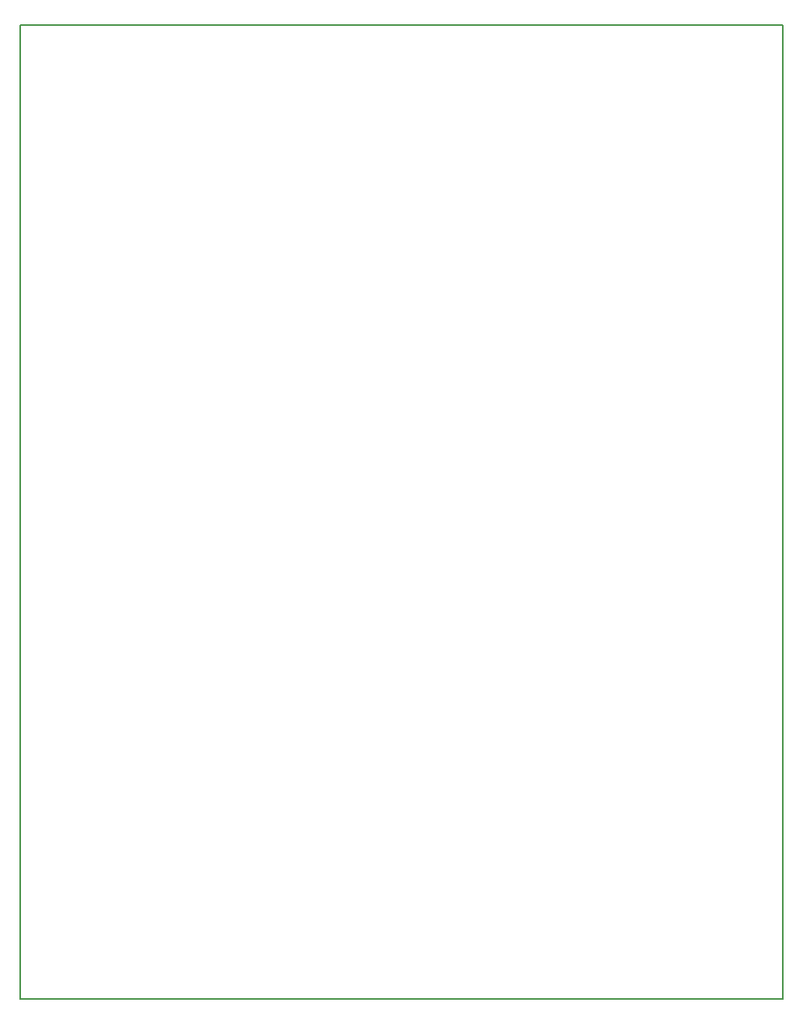
<source format=gko>
G04 EAGLE Gerber X2 export*
%TF.Part,Single*%
%TF.FileFunction,Profile,NP*%
%TF.FilePolarity,Positive*%
%TF.GenerationSoftware,Autodesk,EAGLE,8.6.0*%
%TF.CreationDate,2018-02-09T15:01:17Z*%
G75*
%MOMM*%
%FSLAX34Y34*%
%LPD*%
%AMOC8*
5,1,8,0,0,1.08239X$1,22.5*%
G01*
%ADD10C,0.152400*%


D10*
X0Y0D02*
X0Y1020000D01*
X800000Y1020000D01*
X800000Y0D01*
X0Y0D01*
M02*

</source>
